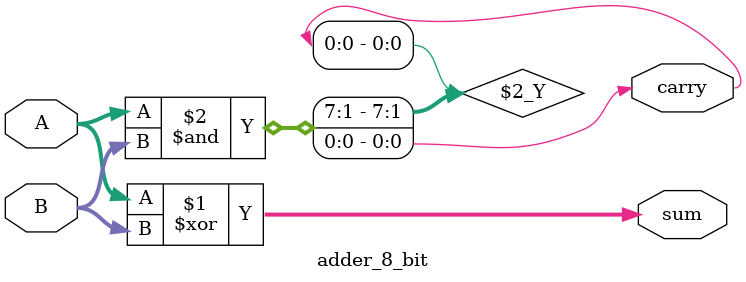
<source format=v>
module adder_8_bit(
  input[7:0]A,
  input[7:0]B,
  output[7:0]sum,
  output carry
);
  assign sum =(A ^ B);
  assign carry= (A & B);
endmodule

</source>
